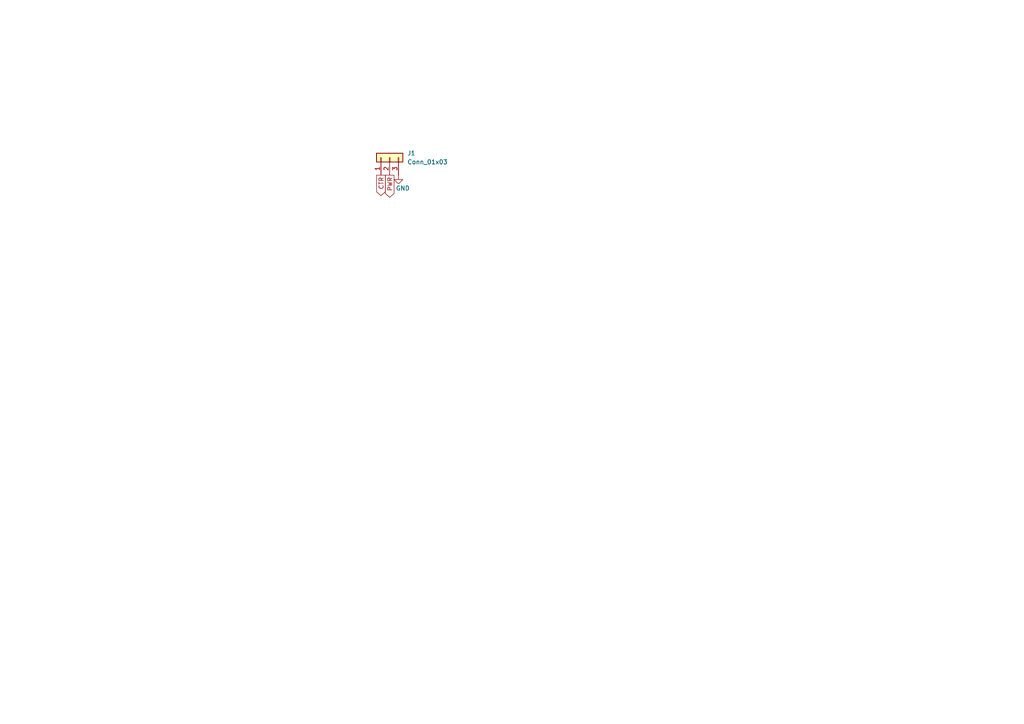
<source format=kicad_sch>
(kicad_sch (version 20211123) (generator eeschema)

  (uuid 32237eae-1a41-446c-9d5e-fceb653a6959)

  (paper "A4")

  (title_block
    (title "Alimentación de la PCB de hoja")
    (date "2023-06-11")
    (company "UC3M")
    (comment 1 "También, se necesita entrada para el modo sleep. ")
    (comment 2 "Se necesita la alimentación para los sensores y la amplificación.")
  )

  (lib_symbols
    (symbol "Connector_Generic:Conn_01x03" (pin_names (offset 1.016) hide) (in_bom yes) (on_board yes)
      (property "Reference" "J" (id 0) (at 0 5.08 0)
        (effects (font (size 1.27 1.27)))
      )
      (property "Value" "Conn_01x03" (id 1) (at 0 -5.08 0)
        (effects (font (size 1.27 1.27)))
      )
      (property "Footprint" "" (id 2) (at 0 0 0)
        (effects (font (size 1.27 1.27)) hide)
      )
      (property "Datasheet" "~" (id 3) (at 0 0 0)
        (effects (font (size 1.27 1.27)) hide)
      )
      (property "ki_keywords" "connector" (id 4) (at 0 0 0)
        (effects (font (size 1.27 1.27)) hide)
      )
      (property "ki_description" "Generic connector, single row, 01x03, script generated (kicad-library-utils/schlib/autogen/connector/)" (id 5) (at 0 0 0)
        (effects (font (size 1.27 1.27)) hide)
      )
      (property "ki_fp_filters" "Connector*:*_1x??_*" (id 6) (at 0 0 0)
        (effects (font (size 1.27 1.27)) hide)
      )
      (symbol "Conn_01x03_1_1"
        (rectangle (start -1.27 -2.413) (end 0 -2.667)
          (stroke (width 0.1524) (type default) (color 0 0 0 0))
          (fill (type none))
        )
        (rectangle (start -1.27 0.127) (end 0 -0.127)
          (stroke (width 0.1524) (type default) (color 0 0 0 0))
          (fill (type none))
        )
        (rectangle (start -1.27 2.667) (end 0 2.413)
          (stroke (width 0.1524) (type default) (color 0 0 0 0))
          (fill (type none))
        )
        (rectangle (start -1.27 3.81) (end 1.27 -3.81)
          (stroke (width 0.254) (type default) (color 0 0 0 0))
          (fill (type background))
        )
        (pin passive line (at -5.08 2.54 0) (length 3.81)
          (name "Pin_1" (effects (font (size 1.27 1.27))))
          (number "1" (effects (font (size 1.27 1.27))))
        )
        (pin passive line (at -5.08 0 0) (length 3.81)
          (name "Pin_2" (effects (font (size 1.27 1.27))))
          (number "2" (effects (font (size 1.27 1.27))))
        )
        (pin passive line (at -5.08 -2.54 0) (length 3.81)
          (name "Pin_3" (effects (font (size 1.27 1.27))))
          (number "3" (effects (font (size 1.27 1.27))))
        )
      )
    )
    (symbol "power:GND" (power) (pin_names (offset 0)) (in_bom yes) (on_board yes)
      (property "Reference" "#PWR" (id 0) (at 0 -6.35 0)
        (effects (font (size 1.27 1.27)) hide)
      )
      (property "Value" "GND" (id 1) (at 0 -3.81 0)
        (effects (font (size 1.27 1.27)))
      )
      (property "Footprint" "" (id 2) (at 0 0 0)
        (effects (font (size 1.27 1.27)) hide)
      )
      (property "Datasheet" "" (id 3) (at 0 0 0)
        (effects (font (size 1.27 1.27)) hide)
      )
      (property "ki_keywords" "power-flag" (id 4) (at 0 0 0)
        (effects (font (size 1.27 1.27)) hide)
      )
      (property "ki_description" "Power symbol creates a global label with name \"GND\" , ground" (id 5) (at 0 0 0)
        (effects (font (size 1.27 1.27)) hide)
      )
      (symbol "GND_0_1"
        (polyline
          (pts
            (xy 0 0)
            (xy 0 -1.27)
            (xy 1.27 -1.27)
            (xy 0 -2.54)
            (xy -1.27 -1.27)
            (xy 0 -1.27)
          )
          (stroke (width 0) (type default) (color 0 0 0 0))
          (fill (type none))
        )
      )
      (symbol "GND_1_1"
        (pin power_in line (at 0 0 270) (length 0) hide
          (name "GND" (effects (font (size 1.27 1.27))))
          (number "1" (effects (font (size 1.27 1.27))))
        )
      )
    )
  )


  (global_label "CTR" (shape output) (at 110.49 50.8 270) (fields_autoplaced)
    (effects (font (size 1.27 1.27)) (justify right))
    (uuid 1fe4375d-caeb-43bc-9188-336e35a45405)
    (property "Intersheet References" "${INTERSHEET_REFS}" (id 0) (at 110.4106 56.7207 90)
      (effects (font (size 1.27 1.27)) (justify right) hide)
    )
  )
  (global_label "PWR" (shape output) (at 113.03 50.8 270) (fields_autoplaced)
    (effects (font (size 1.27 1.27)) (justify right))
    (uuid 50ddec7f-f470-4892-ac29-9d322500a427)
    (property "Intersheet References" "${INTERSHEET_REFS}" (id 0) (at 112.9506 57.2045 90)
      (effects (font (size 1.27 1.27)) (justify right) hide)
    )
  )

  (symbol (lib_id "power:GND") (at 115.57 50.8 0) (unit 1)
    (in_bom yes) (on_board yes)
    (uuid 70337e27-93bd-4d50-8bfd-de6b33639888)
    (property "Reference" "#PWR0101" (id 0) (at 115.57 57.15 0)
      (effects (font (size 1.27 1.27)) hide)
    )
    (property "Value" "GND" (id 1) (at 116.84 54.61 0))
    (property "Footprint" "" (id 2) (at 115.57 50.8 0)
      (effects (font (size 1.27 1.27)) hide)
    )
    (property "Datasheet" "" (id 3) (at 115.57 50.8 0)
      (effects (font (size 1.27 1.27)) hide)
    )
    (pin "1" (uuid 9be0a026-dd15-4ebf-b300-0a0cca13426a))
  )

  (symbol (lib_id "Connector_Generic:Conn_01x03") (at 113.03 45.72 90) (unit 1)
    (in_bom yes) (on_board yes) (fields_autoplaced)
    (uuid b36b7414-222b-4245-89ee-28c46b5c63ed)
    (property "Reference" "J1" (id 0) (at 118.11 44.4499 90)
      (effects (font (size 1.27 1.27)) (justify right))
    )
    (property "Value" "Conn_01x03" (id 1) (at 118.11 46.9899 90)
      (effects (font (size 1.27 1.27)) (justify right))
    )
    (property "Footprint" "Connector_PinHeader_2.54mm:PinHeader_1x03_P2.54mm_Vertical" (id 2) (at 113.03 45.72 0)
      (effects (font (size 1.27 1.27)) hide)
    )
    (property "Datasheet" "~" (id 3) (at 113.03 45.72 0)
      (effects (font (size 1.27 1.27)) hide)
    )
    (pin "1" (uuid 32a60e99-82b0-4a78-9b72-1e3313faa494))
    (pin "2" (uuid 2c5e2749-3f55-4e82-b2a9-a8f5773692fe))
    (pin "3" (uuid 04b60723-aec0-4ec0-93e4-b412a0cd298b))
  )
)

</source>
